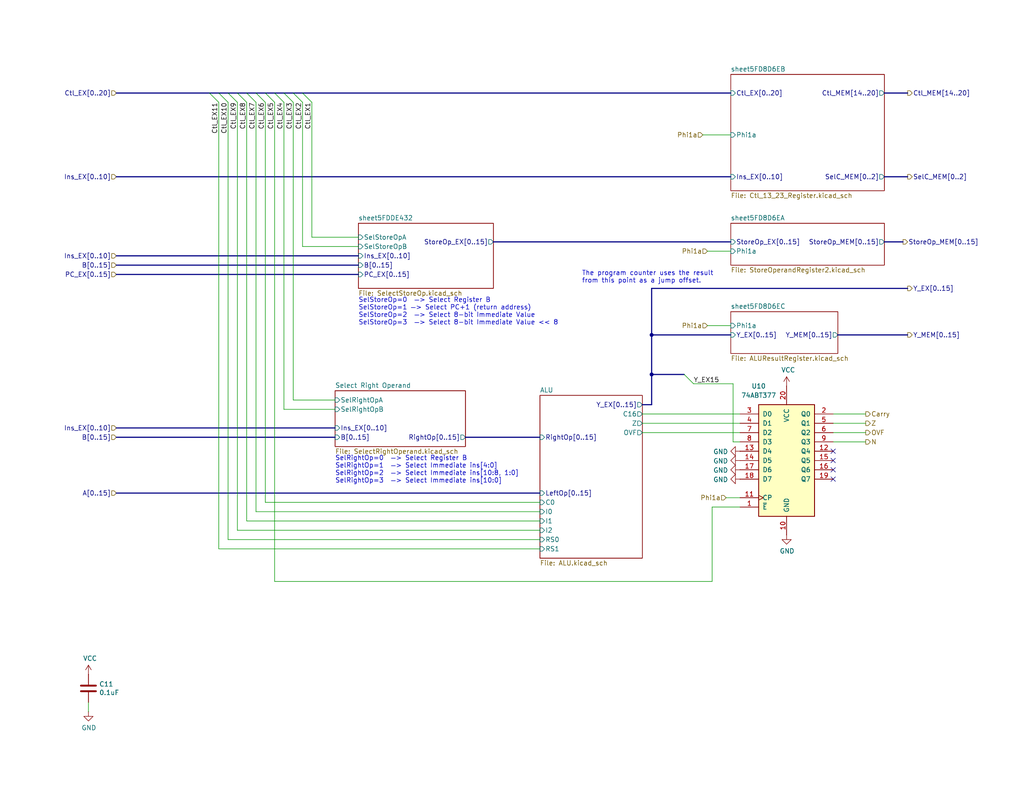
<source format=kicad_sch>
(kicad_sch (version 20250114) (generator "eeschema") (generator_version "9.0")
  (paper "USLetter")
  (title_block (title "EX") (date "2025-07-01") (rev "A") (comment 2 "ID stage of the CPU pipeline.") (comment 3 "The ALU condition codes may be latched in a flags register which feeds back into the") (comment 4 "The EX stage is built around the IDT 7381 sixteen-bit ALU IC."))
  (lib_symbols
    (symbol "Device:C" (pin_numbers (hide yes)) (pin_names (offset 0.254))
      (property "Reference" "C" (at 0.635 2.54 0))
      (property "Value" "C" (at 0.635 -2.54 0))
      (symbol "C_0_1"
        (polyline (pts (xy -2.032 0.762) (xy 2.032 0.762)) (stroke (width 0.508)))
        (polyline (pts (xy -2.032 -0.762) (xy 2.032 -0.762)) (stroke (width 0.508)))
      )
      (symbol "C_1_1"
        (pin passive line (at 0 3.81 270) (length 2.794) (name "~") (number "1"))
        (pin passive line (at 0 -3.81 90) (length 2.794) (name "~") (number "2"))
      )
    )
    (symbol "Turtle16:74ABT377" (pin_names (offset 1.016))
      (symbol "74ABT377_1_0"
        (pin input line (at -12.7 12.7 0) (length 5.08) (name "D0") (number "3"))
        (pin input line (at -12.7 10.16 0) (length 5.08) (name "D1") (number "4"))
        (pin input line (at -12.7 7.62 0) (length 5.08) (name "D2") (number "7"))
        (pin input line (at -12.7 5.08 0) (length 5.08) (name "D3") (number "8"))
        (pin input line (at -12.7 2.54 0) (length 5.08) (name "D4") (number "13"))
        (pin input line (at -12.7 0 0) (length 5.08) (name "D5") (number "14"))
        (pin input line (at -12.7 -2.54 0) (length 5.08) (name "D6") (number "17"))
        (pin input line (at -12.7 -5.08 0) (length 5.08) (name "D7") (number "18"))
        (pin input clock (at -12.7 -10.16 0) (length 5.08) (name "CP") (number "11"))
        (pin input line (at -12.7 -12.7 0) (length 5.08) (name "~{E}") (number "1"))
        (pin power_in line (at 0 20.32 270) (length 5.08) (name "VCC") (number "20"))
        (pin power_in line (at 0 -20.32 90) (length 5.08) (name "GND") (number "10"))
        (pin output line (at 12.7 12.7 180) (length 5.08) (name "Q0") (number "2"))
        (pin output line (at 12.7 10.16 180) (length 5.08) (name "Q1") (number "5"))
        (pin output line (at 12.7 7.62 180) (length 5.08) (name "Q2") (number "6"))
        (pin output line (at 12.7 5.08 180) (length 5.08) (name "Q3") (number "9"))
        (pin output line (at 12.7 2.54 180) (length 5.08) (name "Q4") (number "12"))
        (pin output line (at 12.7 0 180) (length 5.08) (name "Q5") (number "15"))
        (pin output line (at 12.7 -2.54 180) (length 5.08) (name "Q6") (number "16"))
        (pin output line (at 12.7 -5.08 180) (length 5.08) (name "Q7") (number "19"))
      )
      (symbol "74ABT377_1_1"
        (rectangle (start -7.62 15.24) (end 7.62 -15.24) (stroke (width 0.254)) (fill (type background)))
      )
    )
    (symbol "power:GND" (power) (pin_numbers (hide yes)) (pin_names (offset 0) (hide yes))
      (property "Value" "GND" (at 0 -3.81 0))
      (symbol "GND_0_1"
        (polyline (pts (xy 0 0) (xy 0 -1.27) (xy 1.27 -1.27) (xy 0 -2.54) (xy -1.27 -1.27) (xy 0 -1.27)))
      )
      (symbol "GND_1_1"
        (pin power_in line (at 0 0 270) (length 0) (name "~") (number "1"))
      )
    )
    (symbol "power:VCC" (power) (pin_numbers (hide yes)) (pin_names (offset 0) (hide yes))
      (property "Value" "VCC" (at 0 3.556 0))
      (symbol "VCC_0_1"
        (polyline (pts (xy -0.762 1.27) (xy 0 2.54)))
        (polyline (pts (xy 0 2.54) (xy 0.762 1.27)))
        (polyline (pts (xy 0 0) (xy 0 2.54)))
      )
      (symbol "VCC_1_1"
        (pin power_in line (at 0 0 90) (length 0) (name "~") (number "1"))
      )
    )
  )
  (text "SelStoreOp=0  —> Select Register B\nSelStoreOp=1 —> Select PC+1 (return address)\nSelStoreOp=2  —> Select 8-bit Immediate Value\nSelStoreOp=3  —> Select 8-bit Immediate Value << 8" (at 97.79 88.9 0) (effects (font (size 1.27 1.27)) (justify left bottom)))
  (text "SelRightOp=0  —> Select Register B\nSelRightOp=1  —> Select Immediate ins[4:0]\nSelRightOp=2  —> Select Immediate ins[10:8, 1:0]\nSelRightOp=3  —> Select Immediate ins[10:0]" (at 91.44 132.08 0) (effects (font (size 1.27 1.27)) (justify left bottom)))
  (text "The program counter uses the result\nfrom this point as a jump offset." (at 158.75 77.47 0) (effects (font (size 1.27 1.27)) (justify left bottom)))
  (junction (at 177.8 102.235))
  (junction (at 177.8 91.44))
  (no_connect (at 227.33 123.19))
  (no_connect (at 227.33 128.27))
  (no_connect (at 227.33 130.81))
  (no_connect (at 227.33 125.73))
  (bus_entry (at 186.69 102.235) (size 2.54 2.54))
  (bus_entry (at 64.77 25.4) (size 2.54 2.54))
  (bus_entry (at 62.23 25.4) (size 2.54 2.54))
  (bus_entry (at 80.01 25.4) (size 2.54 2.54))
  (bus_entry (at 67.31 25.4) (size 2.54 2.54))
  (bus_entry (at 72.39 25.4) (size 2.54 2.54))
  (bus_entry (at 74.93 25.4) (size 2.54 2.54))
  (bus_entry (at 69.85 25.4) (size 2.54 2.54))
  (bus_entry (at 59.69 25.4) (size 2.54 2.54))
  (bus_entry (at 82.55 25.4) (size 2.54 2.54))
  (bus_entry (at 77.47 25.4) (size 2.54 2.54))
  (bus_entry (at 57.15 25.4) (size 2.54 2.54))
  (wire (pts (xy 147.32 137.16) (xy 72.39 137.16)))
  (wire (pts (xy 193.04 68.58) (xy 199.39 68.58)))
  (wire (pts (xy 64.77 144.78) (xy 147.32 144.78)))
  (bus (pts (xy 246.38 66.04) (xy 241.3 66.04)))
  (wire (pts (xy 24.13 194.31) (xy 24.13 191.77)))
  (wire (pts (xy 80.01 27.94) (xy 80.01 109.22)))
  (bus (pts (xy 80.01 25.4) (xy 82.55 25.4)))
  (bus (pts (xy 241.3 48.26) (xy 247.65 48.26)))
  (wire (pts (xy 193.04 88.9) (xy 199.39 88.9)))
  (wire (pts (xy 147.32 149.86) (xy 59.69 149.86)))
  (bus (pts (xy 31.75 48.26) (xy 199.39 48.26)))
  (wire (pts (xy 74.93 158.75) (xy 74.93 27.94)))
  (wire (pts (xy 82.55 27.94) (xy 82.55 67.31)))
  (bus (pts (xy 31.75 69.85) (xy 97.79 69.85)))
  (bus (pts (xy 31.75 72.39) (xy 97.79 72.39)))
  (wire (pts (xy 189.23 104.775) (xy 200.025 104.775)))
  (wire (pts (xy 175.26 113.03) (xy 201.93 113.03)))
  (wire (pts (xy 77.47 27.94) (xy 77.47 111.76)))
  (wire (pts (xy 194.31 158.75) (xy 194.31 138.43)))
  (wire (pts (xy 97.79 67.31) (xy 82.55 67.31)))
  (bus (pts (xy 177.8 78.74) (xy 177.8 91.44)))
  (bus (pts (xy 177.8 110.49) (xy 175.26 110.49)))
  (bus (pts (xy 31.75 25.4) (xy 57.15 25.4)))
  (bus (pts (xy 74.93 25.4) (xy 77.47 25.4)))
  (bus (pts (xy 64.77 25.4) (xy 67.31 25.4)))
  (wire (pts (xy 85.09 27.94) (xy 85.09 64.77)))
  (wire (pts (xy 59.69 27.94) (xy 59.69 149.86)))
  (bus (pts (xy 31.75 74.93) (xy 97.79 74.93)))
  (bus (pts (xy 241.3 25.4) (xy 247.65 25.4)))
  (wire (pts (xy 64.77 27.94) (xy 64.77 144.78)))
  (wire (pts (xy 227.33 120.65) (xy 236.22 120.65)))
  (bus (pts (xy 247.65 91.44) (xy 228.6 91.44)))
  (wire (pts (xy 175.26 118.11) (xy 201.93 118.11)))
  (wire (pts (xy 67.31 27.94) (xy 67.31 142.24)))
  (wire (pts (xy 147.32 147.32) (xy 62.23 147.32)))
  (bus (pts (xy 82.55 25.4) (xy 199.39 25.4)))
  (bus (pts (xy 134.62 66.04) (xy 199.39 66.04)))
  (bus (pts (xy 59.69 25.4) (xy 62.23 25.4)))
  (bus (pts (xy 72.39 25.4) (xy 74.93 25.4)))
  (wire (pts (xy 175.26 115.57) (xy 201.93 115.57)))
  (bus (pts (xy 247.65 78.74) (xy 177.8 78.74)))
  (wire (pts (xy 191.77 36.83) (xy 199.39 36.83)))
  (bus (pts (xy 177.8 102.235) (xy 177.8 110.49)))
  (wire (pts (xy 147.32 142.24) (xy 67.31 142.24)))
  (bus (pts (xy 62.23 25.4) (xy 64.77 25.4)))
  (bus (pts (xy 91.44 116.84) (xy 31.75 116.84)))
  (bus (pts (xy 177.8 91.44) (xy 177.8 102.235)))
  (wire (pts (xy 74.93 158.75) (xy 194.31 158.75)))
  (wire (pts (xy 236.22 113.03) (xy 227.33 113.03)))
  (wire (pts (xy 69.85 27.94) (xy 69.85 139.7)))
  (wire (pts (xy 72.39 27.94) (xy 72.39 137.16)))
  (wire (pts (xy 147.32 139.7) (xy 69.85 139.7)))
  (bus (pts (xy 77.47 25.4) (xy 80.01 25.4)))
  (wire (pts (xy 227.33 115.57) (xy 236.22 115.57)))
  (wire (pts (xy 200.025 120.65) (xy 201.93 120.65)))
  (wire (pts (xy 227.33 118.11) (xy 236.22 118.11)))
  (bus (pts (xy 67.31 25.4) (xy 69.85 25.4)))
  (bus (pts (xy 127 119.38) (xy 147.32 119.38)))
  (wire (pts (xy 62.23 27.94) (xy 62.23 147.32)))
  (wire (pts (xy 198.12 135.89) (xy 201.93 135.89)))
  (bus (pts (xy 31.75 134.62) (xy 147.32 134.62)))
  (wire (pts (xy 77.47 111.76) (xy 91.44 111.76)))
  (wire (pts (xy 97.79 64.77) (xy 85.09 64.77)))
  (bus (pts (xy 69.85 25.4) (xy 72.39 25.4)))
  (bus (pts (xy 177.8 102.235) (xy 186.69 102.235)))
  (wire (pts (xy 200.025 104.775) (xy 200.025 120.65)))
  (wire (pts (xy 91.44 109.22) (xy 80.01 109.22)))
  (bus (pts (xy 91.44 119.38) (xy 31.75 119.38)))
  (bus (pts (xy 199.39 91.44) (xy 177.8 91.44)))
  (wire (pts (xy 194.31 138.43) (xy 201.93 138.43)))
  (bus (pts (xy 57.15 25.4) (xy 59.69 25.4)))
  (label "Ctl_EX7" (at 69.85 27.94 270))
  (label "Ctl_EX5" (at 74.93 27.94 270))
  (label "Ctl_EX3" (at 80.01 27.94 270))
  (label "Ctl_EX4" (at 77.47 27.94 270))
  (label "Ctl_EX10" (at 62.23 27.94 270))
  (label "Ctl_EX6" (at 72.39 27.94 270))
  (label "Ctl_EX11" (at 59.69 27.94 270))
  (label "Ctl_EX1" (at 85.09 27.94 270))
  (label "Ctl_EX8" (at 67.31 27.94 270))
  (label "Ctl_EX2" (at 82.55 27.94 270))
  (label "Y_EX15" (at 189.23 104.775 0))
  (label "Ctl_EX9" (at 64.77 27.94 270))
  (hierarchical_label "Z" (shape output) (at 236.22 115.57 0))
  (hierarchical_label "B[0..15]" (shape input) (at 31.75 72.39 180))
  (hierarchical_label "Phi1a" (shape input) (at 193.04 68.58 180))
  (hierarchical_label "PC_EX[0..15]" (shape input) (at 31.75 74.93 180))
  (hierarchical_label "Phi1a" (shape input) (at 198.12 135.89 180))
  (hierarchical_label "Y_EX[0..15]" (shape output) (at 247.65 78.74 0))
  (hierarchical_label "Ins_EX[0..10]" (shape input) (at 31.75 116.84 180))
  (hierarchical_label "Y_MEM[0..15]" (shape output) (at 247.65 91.44 0))
  (hierarchical_label "B[0..15]" (shape input) (at 31.75 119.38 180))
  (hierarchical_label "Ins_EX[0..10]" (shape input) (at 31.75 69.85 180))
  (hierarchical_label "Ins_EX[0..10]" (shape input) (at 31.75 48.26 180))
  (hierarchical_label "Carry" (shape output) (at 236.22 113.03 0))
  (hierarchical_label "Ctl_MEM[14..20]" (shape output) (at 247.65 25.4 0))
  (hierarchical_label "SelC_MEM[0..2]" (shape output) (at 247.65 48.26 0))
  (hierarchical_label "Phi1a" (shape input) (at 191.77 36.83 180))
  (hierarchical_label "N" (shape output) (at 236.22 120.65 0))
  (hierarchical_label "Ctl_EX[0..20]" (shape input) (at 31.75 25.4 180))
  (hierarchical_label "A[0..15]" (shape input) (at 31.75 134.62 180))
  (hierarchical_label "Phi1a" (shape input) (at 193.04 88.9 180))
  (hierarchical_label "StoreOp_MEM[0..15]" (shape output) (at 246.38 66.04 0))
  (hierarchical_label "OVF" (shape output) (at 236.22 118.11 0))
  (symbol (lib_id "Turtle16:74ABT377") (at 214.63 125.73 0) (unit 1)
    (property "Reference" "U10" (at 207.01 105.41 0))
    (property "Value" "74ABT377" (at 207.01 107.95 0))
    (property "Footprint" "Package_SO:TSSOP-20_4.4x6.5mm_P0.65mm" (effects (hide yes)))
    (property "Datasheet" "https://www.ti.com/general/docs/suppproductinfo.tsp?distId=26&gotoUrl=https://www.ti.com/lit/gpn/sn74abt377a" (effects (hide yes)))
    (property "Manufacturer" "Texas Instruments" (effects (hide yes)))
    (property "Manufacturer#" "SN74ABT377APWR" (effects (hide yes)))
    (property "Mouser#" "595-SN74ABT377APWR" (effects (hide yes)))
    (property "Digikey#" "296-4011-1-ND" (effects (hide yes)))
  )
  (symbol (lib_id "power:VCC") (at 214.63 105.41 0) (unit 1)
    (property "Reference" "#PWR054" (effects (hide yes)))
    (property "Value" "VCC" (at 215.0618 101.0158 0))
    (property "Description" "Power symbol creates a global label with name \"VCC\"" (effects (hide yes)))
  )
  (symbol (lib_id "power:GND") (at 214.63 146.05 0) (unit 1)
    (property "Reference" "#PWR055" (effects (hide yes)))
    (property "Value" "GND" (at 214.757 150.4442 0))
    (property "Description" "Power symbol creates a global label with name \"GND\" , ground" (effects (hide yes)))
  )
  (symbol (lib_id "power:GND") (at 201.93 123.19 270) (unit 1)
    (property "Reference" "#PWR050" (effects (hide yes)))
    (property "Value" "GND" (at 198.6788 123.317 90) (effects (justify right)))
    (property "Description" "Power symbol creates a global label with name \"GND\" , ground" (effects (hide yes)))
  )
  (symbol (lib_id "power:GND") (at 201.93 125.73 270) (unit 1)
    (property "Reference" "#PWR051" (effects (hide yes)))
    (property "Value" "GND" (at 198.6788 125.857 90) (effects (justify right)))
    (property "Description" "Power symbol creates a global label with name \"GND\" , ground" (effects (hide yes)))
  )
  (symbol (lib_id "power:GND") (at 201.93 128.27 270) (unit 1)
    (property "Reference" "#PWR052" (effects (hide yes)))
    (property "Value" "GND" (at 198.6788 128.397 90) (effects (justify right)))
    (property "Description" "Power symbol creates a global label with name \"GND\" , ground" (effects (hide yes)))
  )
  (symbol (lib_id "power:GND") (at 201.93 130.81 270) (unit 1)
    (property "Reference" "#PWR053" (effects (hide yes)))
    (property "Value" "GND" (at 198.6788 130.937 90) (effects (justify right)))
    (property "Description" "Power symbol creates a global label with name \"GND\" , ground" (effects (hide yes)))
  )
  (symbol (lib_id "Device:C") (at 24.13 187.96 0) (unit 1)
    (property "Reference" "C11" (at 27.051 186.7916 0) (effects (justify left)))
    (property "Value" "0.1uF" (at 27.051 189.103 0) (effects (justify left)))
    (property "Footprint" "Capacitor_SMD:C_0603_1608Metric" (effects (hide yes)))
    (property "Datasheet" "https://www.mouser.com/datasheet/2/396/taiyo_yuden_12132018_mlcc11_hq_e-1510082.pdf" (effects (hide yes)))
    (property "Manufacturer" "Taiyo Yuden" (effects (hide yes)))
    (property "Manufacturer#" "EMK107B7104KAHT" (effects (hide yes)))
    (property "Mouser#" "963-EMK107B7104KAHT" (effects (hide yes)))
    (property "Digikey#" "587-6004-1-ND" (effects (hide yes)))
  )
  (symbol (lib_id "power:VCC") (at 24.13 184.15 0) (unit 1)
    (property "Reference" "#PWR048" (effects (hide yes)))
    (property "Value" "VCC" (at 24.5618 179.7558 0))
    (property "Description" "Power symbol creates a global label with name \"VCC\"" (effects (hide yes)))
  )
  (symbol (lib_id "power:GND") (at 24.13 194.31 0) (unit 1)
    (property "Reference" "#PWR049" (effects (hide yes)))
    (property "Value" "GND" (at 24.257 198.7042 0))
    (property "Description" "Power symbol creates a global label with name \"GND\" , ground" (effects (hide yes)))
  )
  (sheet (at 147.32 107.95) (size 27.94 44.45)
    (property "Sheetname" "ALU" (at 147.32 107.2384 0) (effects (justify left bottom)))
    (property "Sheetfile" "ALU.kicad_sch" (at 147.32 152.9846 0) (effects (justify left top)))
    (pin "RightOp[0..15]" input (at 147.32 119.38 180))
    (pin "LeftOp[0..15]" input (at 147.32 134.62 180))
    (pin "Z" output (at 175.26 115.57 0))
    (pin "C16" output (at 175.26 113.03 0))
    (pin "OVF" output (at 175.26 118.11 0))
    (pin "C0" input (at 147.32 137.16 180))
    (pin "I0" input (at 147.32 139.7 180))
    (pin "I1" input (at 147.32 142.24 180))
    (pin "I2" input (at 147.32 144.78 180))
    (pin "RS0" input (at 147.32 147.32 180))
    (pin "RS1" input (at 147.32 149.86 180))
    (pin "Y_EX[0..15]" output (at 175.26 110.49 0))
  )
  (sheet (at 199.39 60.96) (size 41.91 11.43)
    (property "Sheetname" "sheet5FD8D6EA" (at 199.39 60.2484 0) (effects (justify left bottom)))
    (property "Sheetfile" "StoreOperandRegister2.kicad_sch" (at 199.39 72.9746 0) (effects (justify left top)))
    (pin "StoreOp_EX[0..15]" input (at 199.39 66.04 180))
    (pin "StoreOp_MEM[0..15]" output (at 241.3 66.04 0))
    (pin "Phi1a" input (at 199.39 68.58 180))
  )
  (sheet (at 199.39 20.32) (size 41.91 31.75)
    (property "Sheetname" "sheet5FD8D6EB" (at 199.39 19.6084 0) (effects (justify left bottom)))
    (property "Sheetfile" "Ctl_13_23_Register.kicad_sch" (at 199.39 52.6546 0) (effects (justify left top)))
    (pin "Ctl_MEM[14..20]" output (at 241.3 25.4 0))
    (pin "Ctl_EX[0..20]" input (at 199.39 25.4 180))
    (pin "Ins_EX[0..10]" input (at 199.39 48.26 180))
    (pin "SelC_MEM[0..2]" output (at 241.3 48.26 0))
    (pin "Phi1a" input (at 199.39 36.83 180))
  )
  (sheet (at 199.39 85.09) (size 29.21 11.43)
    (property "Sheetname" "sheet5FD8D6EC" (at 199.39 84.3784 0) (effects (justify left bottom)))
    (property "Sheetfile" "ALUResultRegister.kicad_sch" (at 199.39 97.1046 0) (effects (justify left top)))
    (pin "Y_EX[0..15]" input (at 199.39 91.44 180))
    (pin "Y_MEM[0..15]" output (at 228.6 91.44 0))
    (pin "Phi1a" input (at 199.39 88.9 180))
  )
  (sheet (at 97.79 60.96) (size 36.83 17.78)
    (property "Sheetname" "sheet5FDDE432" (at 97.79 60.2484 0) (effects (justify left bottom)))
    (property "Sheetfile" "SelectStoreOp.kicad_sch" (at 97.79 79.3246 0) (effects (justify left top)))
    (pin "SelStoreOpA" input (at 97.79 64.77 180))
    (pin "SelStoreOpB" input (at 97.79 67.31 180))
    (pin "Ins_EX[0..10]" input (at 97.79 69.85 180))
    (pin "B[0..15]" input (at 97.79 72.39 180))
    (pin "PC_EX[0..15]" input (at 97.79 74.93 180))
    (pin "StoreOp_EX[0..15]" output (at 134.62 66.04 0))
  )
  (sheet (at 91.44 106.68) (size 35.56 15.24)
    (property "Sheetname" "Select Right Operand" (at 91.44 105.9684 0) (effects (justify left bottom)))
    (property "Sheetfile" "SelectRightOperand.kicad_sch" (at 91.44 122.5046 0) (effects (justify left top)))
    (pin "Ins_EX[0..10]" input (at 91.44 116.84 180))
    (pin "B[0..15]" input (at 91.44 119.38 180))
    (pin "SelRightOpA" input (at 91.44 109.22 180))
    (pin "RightOp[0..15]" output (at 127 119.38 0))
    (pin "SelRightOpB" input (at 91.44 111.76 180))
  )
)
</source>
